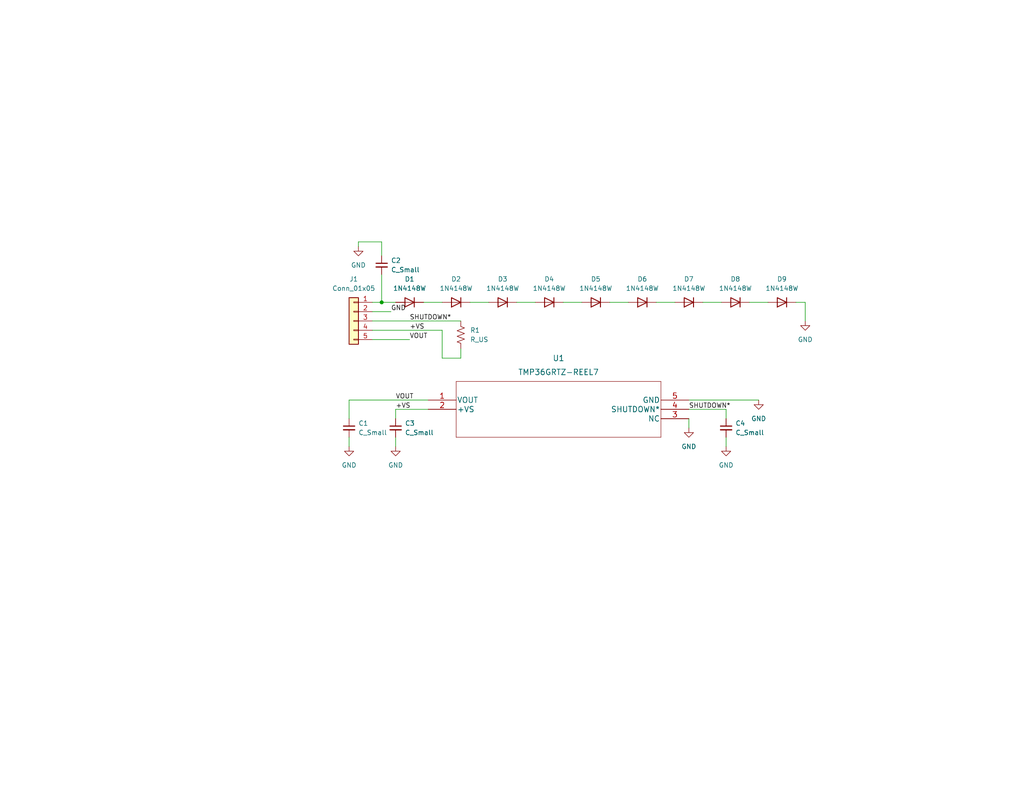
<source format=kicad_sch>
(kicad_sch (version 20211123) (generator eeschema)
  (paper "USLetter")
  (title_block (title "Power Amplifer Diode Sensor") (date "2022-09-03") (rev "1.0") (company "SDT Not Incorporated"))
  (lib_symbols
    (symbol "Connector_Generic:Conn_01x05" (pin_names (offset 1.016) hide)
      (property "Reference" "J" (at 0 7.62 0))
      (property "Value" "Conn_01x05" (at 0 -7.62 0))
      (symbol "Conn_01x05_1_1"
        (rectangle (start -1.27 -4.953) (end 0 -5.207) (stroke (width 0.1524)))
        (rectangle (start -1.27 -2.413) (end 0 -2.667) (stroke (width 0.1524)))
        (rectangle (start -1.27 0.127) (end 0 -0.127) (stroke (width 0.1524)))
        (rectangle (start -1.27 2.667) (end 0 2.413) (stroke (width 0.1524)))
        (rectangle (start -1.27 5.207) (end 0 4.953) (stroke (width 0.1524)))
        (rectangle (start -1.27 6.35) (end 1.27 -6.35) (stroke (width 0.254)) (fill (type background)))
        (pin passive line (at -5.08 5.08 0) (length 3.81) (name "Pin_1") (number "1"))
        (pin passive line (at -5.08 2.54 0) (length 3.81) (name "Pin_2") (number "2"))
        (pin passive line (at -5.08 0 0) (length 3.81) (name "Pin_3") (number "3"))
        (pin passive line (at -5.08 -2.54 0) (length 3.81) (name "Pin_4") (number "4"))
        (pin passive line (at -5.08 -5.08 0) (length 3.81) (name "Pin_5") (number "5"))
      )
    )
    (symbol "Device:C_Small" (pin_numbers hide) (pin_names (offset 0.254) hide)
      (property "Reference" "C" (at 0.254 1.778 0))
      (property "Value" "C_Small" (at 0.254 -2.032 0))
      (symbol "C_Small_0_1"
        (polyline (pts (xy -1.524 -0.508) (xy 1.524 -0.508)) (stroke (width 0.3302)))
        (polyline (pts (xy -1.524 0.508) (xy 1.524 0.508)) (stroke (width 0.3048)))
      )
      (symbol "C_Small_1_1"
        (pin passive line (at 0 2.54 270) (length 2.032) (name "~") (number "1"))
        (pin passive line (at 0 -2.54 90) (length 2.032) (name "~") (number "2"))
      )
    )
    (symbol "Device:R_US" (pin_numbers hide) (pin_names (offset 0))
      (property "Reference" "R" (at 2.54 0 90))
      (property "Value" "R_US" (at -2.54 0 90))
      (symbol "R_US_0_1"
        (polyline (pts (xy 0 -2.286) (xy 0 -2.54)))
        (polyline (pts (xy 0 2.286) (xy 0 2.54)))
        (polyline (pts (xy 0 -0.762) (xy 1.016 -1.143) (xy 0 -1.524) (xy -1.016 -1.905) (xy 0 -2.286)))
        (polyline (pts (xy 0 0.762) (xy 1.016 0.381) (xy 0 0) (xy -1.016 -0.381) (xy 0 -0.762)))
        (polyline (pts (xy 0 2.286) (xy 1.016 1.905) (xy 0 1.524) (xy -1.016 1.143) (xy 0 0.762)))
      )
      (symbol "R_US_1_1"
        (pin passive line (at 0 3.81 270) (length 1.27) (name "~") (number "1"))
        (pin passive line (at 0 -3.81 90) (length 1.27) (name "~") (number "2"))
      )
    )
    (symbol "Diode:1N4148W" (pin_numbers hide) (pin_names (offset 1.016) hide)
      (property "Reference" "D" (at 0 2.54 0))
      (property "Value" "1N4148W" (at 0 -2.54 0))
      (symbol "1N4148W_0_1"
        (polyline (pts (xy -1.27 1.27) (xy -1.27 -1.27)) (stroke (width 0.254)))
        (polyline (pts (xy 1.27 0) (xy -1.27 0)))
        (polyline (pts (xy 1.27 1.27) (xy 1.27 -1.27) (xy -1.27 0) (xy 1.27 1.27)) (stroke (width 0.254)))
      )
      (symbol "1N4148W_1_1"
        (pin passive line (at -3.81 0 0) (length 2.54) (name "K") (number "1"))
        (pin passive line (at 3.81 0 180) (length 2.54) (name "A") (number "2"))
      )
    )
    (symbol "TMP36GRTZ:TMP36GRTZ-REEL7" (pin_names (offset 0.254))
      (property "Reference" "U" (at 35.56 10.16 0))
      (property "Value" "TMP36GRTZ-REEL7" (at 35.56 7.62 0))
      (symbol "TMP36GRTZ-REEL7_1_1"
        (polyline (pts (xy 7.62 -10.16) (xy 63.5 -10.16)) (stroke (width 0.127)))
        (polyline (pts (xy 7.62 5.08) (xy 7.62 -10.16)) (stroke (width 0.127)))
        (polyline (pts (xy 63.5 -10.16) (xy 63.5 5.08)) (stroke (width 0.127)))
        (polyline (pts (xy 63.5 5.08) (xy 7.62 5.08)) (stroke (width 0.127)))
        (pin unspecified line (at 0 0 0) (length 7.62) (name "VOUT") (number "1"))
        (pin power_in line (at 0 -2.54 0) (length 7.62) (name "+VS") (number "2"))
        (pin unspecified line (at 71.12 -5.08 180) (length 7.62) (name "NC") (number "3"))
        (pin unspecified line (at 71.12 -2.54 180) (length 7.62) (name "SHUTDOWN*") (number "4"))
        (pin unspecified line (at 71.12 0 180) (length 7.62) (name "GND") (number "5"))
      )
    )
    (symbol "power:GND" (power) (pin_names (offset 0))
      (property "Value" "GND" (at 0 -3.81 0))
      (symbol "GND_0_1"
        (polyline (pts (xy 0 0) (xy 0 -1.27) (xy 1.27 -1.27) (xy 0 -2.54) (xy -1.27 -1.27) (xy 0 -1.27)))
      )
      (symbol "GND_1_1"
        (pin power_in line (at 0 0 270) (length 0) hide (name "GND") (number "1"))
      )
    )
  )
  (junction (at 104.14 82.55))
  (wire (pts (xy 95.25 114.3) (xy 95.25 109.22)))
  (wire (pts (xy 107.95 119.38) (xy 107.95 121.92)))
  (wire (pts (xy 198.12 111.76) (xy 198.12 114.3)))
  (wire (pts (xy 101.6 87.63) (xy 125.73 87.63)))
  (wire (pts (xy 187.96 111.76) (xy 198.12 111.76)))
  (wire (pts (xy 104.14 74.93) (xy 104.14 82.55)))
  (wire (pts (xy 95.25 109.22) (xy 116.84 109.22)))
  (wire (pts (xy 95.25 119.38) (xy 95.25 121.92)))
  (wire (pts (xy 104.14 66.04) (xy 104.14 69.85)))
  (wire (pts (xy 120.65 97.79) (xy 125.73 97.79)))
  (wire (pts (xy 107.95 111.76) (xy 116.84 111.76)))
  (wire (pts (xy 104.14 82.55) (xy 107.95 82.55)))
  (wire (pts (xy 187.96 109.22) (xy 207.01 109.22)))
  (wire (pts (xy 107.95 111.76) (xy 107.95 114.3)))
  (wire (pts (xy 179.07 82.55) (xy 184.15 82.55)))
  (wire (pts (xy 101.6 90.17) (xy 120.65 90.17)))
  (wire (pts (xy 187.96 114.3) (xy 187.96 116.84)))
  (wire (pts (xy 97.79 67.31) (xy 97.79 66.04)))
  (wire (pts (xy 166.37 82.55) (xy 171.45 82.55)))
  (wire (pts (xy 219.71 82.55) (xy 219.71 87.63)))
  (wire (pts (xy 191.77 82.55) (xy 196.85 82.55)))
  (wire (pts (xy 153.67 82.55) (xy 158.75 82.55)))
  (wire (pts (xy 128.27 82.55) (xy 133.35 82.55)))
  (wire (pts (xy 198.12 119.38) (xy 198.12 121.92)))
  (wire (pts (xy 120.65 90.17) (xy 120.65 97.79)))
  (wire (pts (xy 101.6 92.71) (xy 111.76 92.71)))
  (wire (pts (xy 101.6 82.55) (xy 104.14 82.55)))
  (wire (pts (xy 97.79 66.04) (xy 104.14 66.04)))
  (wire (pts (xy 217.17 82.55) (xy 219.71 82.55)))
  (wire (pts (xy 204.47 82.55) (xy 209.55 82.55)))
  (wire (pts (xy 125.73 95.25) (xy 125.73 97.79)))
  (wire (pts (xy 140.97 82.55) (xy 146.05 82.55)))
  (wire (pts (xy 115.57 82.55) (xy 120.65 82.55)))
  (wire (pts (xy 101.6 85.09) (xy 106.68 85.09)))
  (label "+VS" (at 111.76 90.17 0))
  (label "VOUT" (at 111.76 92.71 0))
  (label "SHUTDOWN*" (at 187.96 111.76 0))
  (label "+VS" (at 107.95 111.76 0))
  (label "GND" (at 106.68 85.09 0))
  (label "SHUTDOWN*" (at 111.76 87.63 0))
  (label "VOUT" (at 107.95 109.22 0))
  (symbol (lib_id "Diode:1N4148W") (at 137.16 82.55 180) (unit 1)
    (property "Reference" "D3" (at 137.16 76.2 0))
    (property "Value" "1N4148W" (at 137.16 78.74 0))
    (property "Footprint" "Diode_SMD:D_SOD-123" (effects hide))
    (property "Datasheet" "https://www.vishay.com/docs/85748/1n4148w.pdf" (effects hide))
  )
  (symbol (lib_id "Diode:1N4148W") (at 149.86 82.55 180) (unit 1)
    (property "Reference" "D4" (at 149.86 76.2 0))
    (property "Value" "1N4148W" (at 149.86 78.74 0))
    (property "Footprint" "Diode_SMD:D_SOD-123" (effects hide))
    (property "Datasheet" "https://www.vishay.com/docs/85748/1n4148w.pdf" (effects hide))
  )
  (symbol (lib_id "Device:C_Small") (at 198.12 116.84 0) (unit 1)
    (property "Reference" "C4" (at 200.66 115.5762 0) (effects (justify left)))
    (property "Value" "C_Small" (at 200.66 118.1162 0) (effects (justify left)))
    (property "Footprint" "Capacitor_SMD:C_1206_3216Metric_Pad1.33x1.80mm_HandSolder" (effects hide))
  )
  (symbol (lib_id "Diode:1N4148W") (at 111.76 82.55 180) (unit 1)
    (property "Reference" "D1" (at 111.76 76.2 0))
    (property "Value" "1N4148W" (at 111.76 78.74 0))
    (property "Footprint" "Diode_SMD:D_SOD-123" (effects hide))
    (property "Datasheet" "https://www.vishay.com/docs/85748/1n4148w.pdf" (effects hide))
  )
  (symbol (lib_id "power:GND") (at 95.25 121.92 0) (unit 1)
    (property "Reference" "#PWR01" (effects hide))
    (property "Value" "GND" (at 95.25 127 0))
  )
  (symbol (lib_id "power:GND") (at 198.12 121.92 0) (unit 1)
    (property "Reference" "#PWR05" (effects hide))
    (property "Value" "GND" (at 198.12 127 0))
  )
  (symbol (lib_id "power:GND") (at 219.71 87.63 0) (unit 1)
    (property "Reference" "#PWR07" (effects hide))
    (property "Value" "GND" (at 219.71 92.71 0))
  )
  (symbol (lib_id "power:GND") (at 187.96 116.84 0) (unit 1)
    (property "Reference" "#PWR04" (effects hide))
    (property "Value" "GND" (at 187.96 121.92 0))
  )
  (symbol (lib_id "Diode:1N4148W") (at 213.36 82.55 180) (unit 1)
    (property "Reference" "D9" (at 213.36 76.2 0))
    (property "Value" "1N4148W" (at 213.36 78.74 0))
    (property "Footprint" "Diode_SMD:D_SOD-123" (effects hide))
    (property "Datasheet" "https://www.vishay.com/docs/85748/1n4148w.pdf" (effects hide))
  )
  (symbol (lib_id "Diode:1N4148W") (at 187.96 82.55 180) (unit 1)
    (property "Reference" "D7" (at 187.96 76.2 0))
    (property "Value" "1N4148W" (at 187.96 78.74 0))
    (property "Footprint" "Diode_SMD:D_SOD-123" (effects hide))
    (property "Datasheet" "https://www.vishay.com/docs/85748/1n4148w.pdf" (effects hide))
  )
  (symbol (lib_id "Diode:1N4148W") (at 162.56 82.55 180) (unit 1)
    (property "Reference" "D5" (at 162.56 76.2 0))
    (property "Value" "1N4148W" (at 162.56 78.74 0))
    (property "Footprint" "Diode_SMD:D_SOD-123" (effects hide))
    (property "Datasheet" "https://www.vishay.com/docs/85748/1n4148w.pdf" (effects hide))
  )
  (symbol (lib_id "TMP36GRTZ:TMP36GRTZ-REEL7") (at 116.84 109.22 0) (unit 1)
    (property "Reference" "U1" (at 152.4 97.79 0) (effects (font (size 1.524 1.524))))
    (property "Value" "TMP36GRTZ-REEL7" (at 152.4 101.6 0) (effects (font (size 1.524 1.524))))
    (property "Footprint" "TMP36GRTZ:TMP36GRTZ-REEL7" (effects hide))
  )
  (symbol (lib_id "Diode:1N4148W") (at 124.46 82.55 180) (unit 1)
    (property "Reference" "D2" (at 124.46 76.2 0))
    (property "Value" "1N4148W" (at 124.46 78.74 0))
    (property "Footprint" "Diode_SMD:D_SOD-123" (effects hide))
    (property "Datasheet" "https://www.vishay.com/docs/85748/1n4148w.pdf" (effects hide))
  )
  (symbol (lib_id "Diode:1N4148W") (at 200.66 82.55 180) (unit 1)
    (property "Reference" "D8" (at 200.66 76.2 0))
    (property "Value" "1N4148W" (at 200.66 78.74 0))
    (property "Footprint" "Diode_SMD:D_SOD-123" (effects hide))
    (property "Datasheet" "https://www.vishay.com/docs/85748/1n4148w.pdf" (effects hide))
  )
  (symbol (lib_id "power:GND") (at 207.01 109.22 0) (unit 1)
    (property "Reference" "#PWR06" (effects hide))
    (property "Value" "GND" (at 207.01 114.3 0))
  )
  (symbol (lib_id "Device:C_Small") (at 107.95 116.84 0) (unit 1)
    (property "Reference" "C3" (at 110.49 115.5762 0) (effects (justify left)))
    (property "Value" "C_Small" (at 110.49 118.1162 0) (effects (justify left)))
    (property "Footprint" "Capacitor_SMD:C_1206_3216Metric_Pad1.33x1.80mm_HandSolder" (effects hide))
  )
  (symbol (lib_id "Connector_Generic:Conn_01x05") (at 96.52 87.63 0) (mirror y) (unit 1)
    (property "Reference" "J1" (at 96.52 76.2 0))
    (property "Value" "Conn_01x05" (at 96.52 78.74 0))
    (property "Footprint" "Connector_PinHeader_2.54mm:PinHeader_1x05_P2.54mm_Horizontal" (effects hide))
  )
  (symbol (lib_id "Device:C_Small") (at 104.14 72.39 0) (unit 1)
    (property "Reference" "C2" (at 106.68 71.1262 0) (effects (justify left)))
    (property "Value" "C_Small" (at 106.68 73.6662 0) (effects (justify left)))
    (property "Footprint" "Capacitor_SMD:C_1206_3216Metric_Pad1.33x1.80mm_HandSolder" (effects hide))
  )
  (symbol (lib_id "Device:R_US") (at 125.73 91.44 0) (unit 1)
    (property "Reference" "R1" (at 128.27 90.1699 0) (effects (justify left)))
    (property "Value" "R_US" (at 128.27 92.7099 0) (effects (justify left)))
    (property "Footprint" "Resistor_SMD:R_1206_3216Metric_Pad1.30x1.75mm_HandSolder" (effects hide))
  )
  (symbol (lib_id "power:GND") (at 97.79 67.31 0) (unit 1)
    (property "Reference" "#PWR02" (effects hide))
    (property "Value" "GND" (at 97.79 72.39 0))
  )
  (symbol (lib_id "Diode:1N4148W") (at 175.26 82.55 180) (unit 1)
    (property "Reference" "D6" (at 175.26 76.2 0))
    (property "Value" "1N4148W" (at 175.26 78.74 0))
    (property "Footprint" "Diode_SMD:D_SOD-123" (effects hide))
    (property "Datasheet" "https://www.vishay.com/docs/85748/1n4148w.pdf" (effects hide))
  )
  (symbol (lib_id "Device:C_Small") (at 95.25 116.84 0) (unit 1)
    (property "Reference" "C1" (at 97.79 115.5762 0) (effects (justify left)))
    (property "Value" "C_Small" (at 97.79 118.1162 0) (effects (justify left)))
    (property "Footprint" "Capacitor_SMD:C_1206_3216Metric_Pad1.33x1.80mm_HandSolder" (effects hide))
  )
  (symbol (lib_id "power:GND") (at 107.95 121.92 0) (unit 1)
    (property "Reference" "#PWR03" (effects hide))
    (property "Value" "GND" (at 107.95 127 0))
  )
)
</source>
